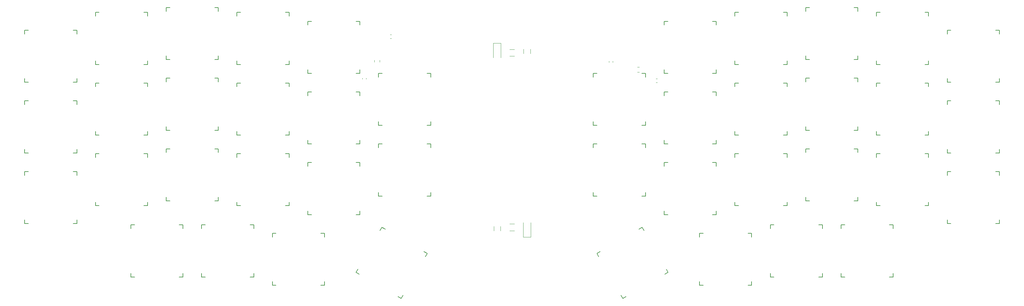
<source format=gto>
G04 #@! TF.GenerationSoftware,KiCad,Pcbnew,(5.1.4)-1*
G04 #@! TF.CreationDate,2021-09-15T18:24:51-07:00*
G04 #@! TF.ProjectId,Panel,50616e65-6c2e-46b6-9963-61645f706362,rev?*
G04 #@! TF.SameCoordinates,Original*
G04 #@! TF.FileFunction,Legend,Top*
G04 #@! TF.FilePolarity,Positive*
%FSLAX46Y46*%
G04 Gerber Fmt 4.6, Leading zero omitted, Abs format (unit mm)*
G04 Created by KiCad (PCBNEW (5.1.4)-1) date 2021-09-15 18:24:51*
%MOMM*%
%LPD*%
G04 APERTURE LIST*
%ADD10C,0.120000*%
%ADD11C,0.150000*%
G04 APERTURE END LIST*
D10*
X150227950Y-117385789D02*
X149023822Y-117385789D01*
X150227950Y-119205789D02*
X149023822Y-119205789D01*
X146535886Y-119247853D02*
X146535886Y-118043725D01*
X144715886Y-119247853D02*
X144715886Y-118043725D01*
X152625886Y-120895789D02*
X152625886Y-116995789D01*
X154625886Y-120895789D02*
X154625886Y-116995789D01*
X152625886Y-120895789D02*
X154625886Y-120895789D01*
X152710886Y-70393725D02*
X152710886Y-71597853D01*
X154530886Y-70393725D02*
X154530886Y-71597853D01*
X149018822Y-72255789D02*
X150222950Y-72255789D01*
X149018822Y-70435789D02*
X150222950Y-70435789D01*
X146620886Y-68745789D02*
X146620886Y-72645789D01*
X144620886Y-68745789D02*
X144620886Y-72645789D01*
X146620886Y-68745789D02*
X144620886Y-68745789D01*
D11*
X32784265Y-84298229D02*
X32784265Y-85298229D01*
X31784265Y-98298229D02*
X32784265Y-98298229D01*
X32784265Y-84298229D02*
X31784265Y-84298229D01*
X32784265Y-97298229D02*
X32784265Y-98298229D01*
X18784265Y-98298229D02*
X18784265Y-97298229D01*
X19784265Y-84298229D02*
X18784265Y-84298229D01*
X18784265Y-98298229D02*
X19784265Y-98298229D01*
X18784265Y-85298229D02*
X18784265Y-84298229D01*
D10*
X109474265Y-78133450D02*
X109474265Y-78459008D01*
X110494265Y-78133450D02*
X110494265Y-78459008D01*
D11*
X108784265Y-100896229D02*
X108784265Y-101896229D01*
X107784265Y-114896229D02*
X108784265Y-114896229D01*
X108784265Y-100896229D02*
X107784265Y-100896229D01*
X108784265Y-113896229D02*
X108784265Y-114896229D01*
X94784265Y-114896229D02*
X94784265Y-113896229D01*
X95784265Y-100896229D02*
X94784265Y-100896229D01*
X94784265Y-114896229D02*
X95784265Y-114896229D01*
X94784265Y-101896229D02*
X94784265Y-100896229D01*
X61284265Y-117646229D02*
X61284265Y-118646229D01*
X60284265Y-131646229D02*
X61284265Y-131646229D01*
X61284265Y-117646229D02*
X60284265Y-117646229D01*
X61284265Y-130646229D02*
X61284265Y-131646229D01*
X47284265Y-131646229D02*
X47284265Y-130646229D01*
X48284265Y-117646229D02*
X47284265Y-117646229D01*
X47284265Y-131646229D02*
X48284265Y-131646229D01*
X47284265Y-118646229D02*
X47284265Y-117646229D01*
X80284265Y-117646229D02*
X80284265Y-118646229D01*
X79284265Y-131646229D02*
X80284265Y-131646229D01*
X80284265Y-117646229D02*
X79284265Y-117646229D01*
X80284265Y-130646229D02*
X80284265Y-131646229D01*
X66284265Y-131646229D02*
X66284265Y-130646229D01*
X67284265Y-117646229D02*
X66284265Y-117646229D01*
X66284265Y-131646229D02*
X67284265Y-131646229D01*
X66284265Y-118646229D02*
X66284265Y-117646229D01*
X99284264Y-119896229D02*
X99284264Y-120896229D01*
X98284264Y-133896229D02*
X99284264Y-133896229D01*
X99284264Y-119896229D02*
X98284264Y-119896229D01*
X99284264Y-132896229D02*
X99284264Y-133896229D01*
X85284264Y-133896229D02*
X85284264Y-132896229D01*
X86284264Y-119896229D02*
X85284264Y-119896229D01*
X85284264Y-133896229D02*
X86284264Y-133896229D01*
X85284264Y-120896229D02*
X85284264Y-119896229D01*
X70784265Y-97195229D02*
X70784265Y-98195229D01*
X69784265Y-111195229D02*
X70784265Y-111195229D01*
X70784265Y-97195229D02*
X69784265Y-97195229D01*
X70784265Y-110195229D02*
X70784265Y-111195229D01*
X56784265Y-111195229D02*
X56784265Y-110195229D01*
X57784265Y-97195229D02*
X56784265Y-97195229D01*
X56784265Y-111195229D02*
X57784265Y-111195229D01*
X56784265Y-98195229D02*
X56784265Y-97195229D01*
X107721085Y-130438407D02*
X108221085Y-129572381D01*
X115587111Y-118814051D02*
X114721085Y-118314051D01*
X107721085Y-130438407D02*
X108587111Y-130938407D01*
X114221085Y-119180077D02*
X114721085Y-118314051D01*
X126845441Y-125314051D02*
X126345441Y-126180077D01*
X118979415Y-136938407D02*
X119845441Y-137438407D01*
X126845441Y-125314051D02*
X125979415Y-124814051D01*
X120345441Y-136572381D02*
X119845441Y-137438407D01*
D10*
X117247044Y-66486229D02*
X116921486Y-66486229D01*
X117247044Y-67506229D02*
X116921486Y-67506229D01*
D11*
X70784265Y-78195229D02*
X70784265Y-79195229D01*
X69784265Y-92195229D02*
X70784265Y-92195229D01*
X70784265Y-78195229D02*
X69784265Y-78195229D01*
X70784265Y-91195229D02*
X70784265Y-92195229D01*
X56784265Y-92195229D02*
X56784265Y-91195229D01*
X57784265Y-78195229D02*
X56784265Y-78195229D01*
X56784265Y-92195229D02*
X57784265Y-92195229D01*
X56784265Y-79195229D02*
X56784265Y-78195229D01*
X113784265Y-109896229D02*
X113784265Y-108896229D01*
X114784265Y-95896229D02*
X113784265Y-95896229D01*
X113784265Y-109896229D02*
X114784265Y-109896229D01*
X113784265Y-96896229D02*
X113784265Y-95896229D01*
X127784265Y-95896229D02*
X127784265Y-96896229D01*
X126784265Y-109896229D02*
X127784265Y-109896229D01*
X127784265Y-95896229D02*
X126784265Y-95896229D01*
X127784265Y-108896229D02*
X127784265Y-109896229D01*
X32784265Y-65298229D02*
X32784265Y-66298229D01*
X31784265Y-79298229D02*
X32784265Y-79298229D01*
X32784265Y-65298229D02*
X31784265Y-65298229D01*
X32784265Y-78298229D02*
X32784265Y-79298229D01*
X18784265Y-79298229D02*
X18784265Y-78298229D01*
X19784265Y-65298229D02*
X18784265Y-65298229D01*
X18784265Y-79298229D02*
X19784265Y-79298229D01*
X18784265Y-66298229D02*
X18784265Y-65298229D01*
X51784265Y-60498230D02*
X51784265Y-61498230D01*
X50784265Y-74498230D02*
X51784265Y-74498230D01*
X51784265Y-60498230D02*
X50784265Y-60498230D01*
X51784265Y-73498230D02*
X51784265Y-74498230D01*
X37784265Y-74498230D02*
X37784265Y-73498230D01*
X38784265Y-60498230D02*
X37784265Y-60498230D01*
X37784265Y-74498230D02*
X38784265Y-74498230D01*
X37784265Y-61498230D02*
X37784265Y-60498230D01*
X89784265Y-79499229D02*
X89784265Y-80499229D01*
X88784265Y-93499229D02*
X89784265Y-93499229D01*
X89784265Y-79499229D02*
X88784265Y-79499229D01*
X89784265Y-92499229D02*
X89784265Y-93499229D01*
X75784265Y-93499229D02*
X75784265Y-92499229D01*
X76784265Y-79499229D02*
X75784265Y-79499229D01*
X75784265Y-93499229D02*
X76784265Y-93499229D01*
X75784265Y-80499229D02*
X75784265Y-79499229D01*
X32784265Y-103298229D02*
X32784265Y-104298229D01*
X31784265Y-117298229D02*
X32784265Y-117298229D01*
X32784265Y-103298229D02*
X31784265Y-103298229D01*
X32784265Y-116298229D02*
X32784265Y-117298229D01*
X18784265Y-117298229D02*
X18784265Y-116298229D01*
X19784265Y-103298229D02*
X18784265Y-103298229D01*
X18784265Y-117298229D02*
X19784265Y-117298229D01*
X18784265Y-104298229D02*
X18784265Y-103298229D01*
X89784265Y-98499229D02*
X89784265Y-99499229D01*
X88784265Y-112499229D02*
X89784265Y-112499229D01*
X89784265Y-98499229D02*
X88784265Y-98499229D01*
X89784265Y-111499229D02*
X89784265Y-112499229D01*
X75784265Y-112499229D02*
X75784265Y-111499229D01*
X76784265Y-98499229D02*
X75784265Y-98499229D01*
X75784265Y-112499229D02*
X76784265Y-112499229D01*
X75784265Y-99499229D02*
X75784265Y-98499229D01*
X51784265Y-79498229D02*
X51784265Y-80498229D01*
X50784265Y-93498229D02*
X51784265Y-93498229D01*
X51784265Y-79498229D02*
X50784265Y-79498229D01*
X51784265Y-92498229D02*
X51784265Y-93498229D01*
X37784265Y-93498229D02*
X37784265Y-92498229D01*
X38784265Y-79498229D02*
X37784265Y-79498229D01*
X37784265Y-93498229D02*
X38784265Y-93498229D01*
X37784265Y-80498229D02*
X37784265Y-79498229D01*
X113784265Y-90896229D02*
X113784265Y-89896229D01*
X114784265Y-76896229D02*
X113784265Y-76896229D01*
X113784265Y-90896229D02*
X114784265Y-90896229D01*
X113784265Y-77896229D02*
X113784265Y-76896229D01*
X127784265Y-76896229D02*
X127784265Y-77896229D01*
X126784265Y-90896229D02*
X127784265Y-90896229D01*
X127784265Y-76896229D02*
X126784265Y-76896229D01*
X127784265Y-89896229D02*
X127784265Y-90896229D01*
X89784265Y-60499229D02*
X89784265Y-61499229D01*
X88784265Y-74499229D02*
X89784265Y-74499229D01*
X89784265Y-60499229D02*
X88784265Y-60499229D01*
X89784265Y-73499229D02*
X89784265Y-74499229D01*
X75784265Y-74499229D02*
X75784265Y-73499229D01*
X76784265Y-60499229D02*
X75784265Y-60499229D01*
X75784265Y-74499229D02*
X76784265Y-74499229D01*
X75784265Y-61499229D02*
X75784265Y-60499229D01*
X70784265Y-59195228D02*
X70784265Y-60195228D01*
X69784265Y-73195228D02*
X70784265Y-73195228D01*
X70784265Y-59195228D02*
X69784265Y-59195228D01*
X70784265Y-72195228D02*
X70784265Y-73195228D01*
X56784265Y-73195228D02*
X56784265Y-72195228D01*
X57784265Y-59195228D02*
X56784265Y-59195228D01*
X56784265Y-73195228D02*
X57784265Y-73195228D01*
X56784265Y-60195228D02*
X56784265Y-59195228D01*
X51784265Y-98498229D02*
X51784265Y-99498229D01*
X50784265Y-112498229D02*
X51784265Y-112498229D01*
X51784265Y-98498229D02*
X50784265Y-98498229D01*
X51784265Y-111498229D02*
X51784265Y-112498229D01*
X37784265Y-112498229D02*
X37784265Y-111498229D01*
X38784265Y-98498229D02*
X37784265Y-98498229D01*
X37784265Y-112498229D02*
X38784265Y-112498229D01*
X37784265Y-99498229D02*
X37784265Y-98498229D01*
X108784265Y-62896230D02*
X108784265Y-63896230D01*
X107784265Y-76896230D02*
X108784265Y-76896230D01*
X108784265Y-62896230D02*
X107784265Y-62896230D01*
X108784265Y-75896230D02*
X108784265Y-76896230D01*
X94784265Y-76896230D02*
X94784265Y-75896230D01*
X95784265Y-62896230D02*
X94784265Y-62896230D01*
X94784265Y-76896230D02*
X95784265Y-76896230D01*
X94784265Y-63896230D02*
X94784265Y-62896230D01*
X108784265Y-81896229D02*
X108784265Y-82896229D01*
X107784265Y-95896229D02*
X108784265Y-95896229D01*
X108784265Y-81896229D02*
X107784265Y-81896229D01*
X108784265Y-94896229D02*
X108784265Y-95896229D01*
X94784265Y-95896229D02*
X94784265Y-94896229D01*
X95784265Y-81896229D02*
X94784265Y-81896229D01*
X94784265Y-95896229D02*
X95784265Y-95896229D01*
X94784265Y-82896229D02*
X94784265Y-81896229D01*
D10*
X112674264Y-73337651D02*
X112674264Y-73854807D01*
X114094264Y-73337651D02*
X114094264Y-73854807D01*
D11*
X228461773Y-79192578D02*
X228461773Y-78192578D01*
X228461773Y-92192578D02*
X229461773Y-92192578D01*
X229461773Y-78192578D02*
X228461773Y-78192578D01*
X228461773Y-92192578D02*
X228461773Y-91192578D01*
X242461773Y-91192578D02*
X242461773Y-92192578D01*
X242461773Y-78192578D02*
X241461773Y-78192578D01*
X241461773Y-92192578D02*
X242461773Y-92192578D01*
X242461773Y-78192578D02*
X242461773Y-79192578D01*
X190461772Y-63893578D02*
X190461772Y-62893578D01*
X190461772Y-76893578D02*
X191461772Y-76893578D01*
X191461772Y-62893578D02*
X190461772Y-62893578D01*
X190461772Y-76893578D02*
X190461772Y-75893578D01*
X204461772Y-75893578D02*
X204461772Y-76893578D01*
X204461772Y-62893578D02*
X203461772Y-62893578D01*
X203461772Y-76893578D02*
X204461772Y-76893578D01*
X204461772Y-62893578D02*
X204461772Y-63893578D01*
X209461772Y-61496577D02*
X209461772Y-60496577D01*
X209461772Y-74496577D02*
X210461772Y-74496577D01*
X210461772Y-60496577D02*
X209461772Y-60496577D01*
X209461772Y-74496577D02*
X209461772Y-73496577D01*
X223461772Y-73496577D02*
X223461772Y-74496577D01*
X223461772Y-60496577D02*
X222461772Y-60496577D01*
X222461772Y-74496577D02*
X223461772Y-74496577D01*
X223461772Y-60496577D02*
X223461772Y-61496577D01*
X191024951Y-129569729D02*
X191524951Y-130435755D01*
X184524951Y-118311399D02*
X183658925Y-118811399D01*
X190658925Y-130935755D02*
X191524951Y-130435755D01*
X184524951Y-118311399D02*
X185024951Y-119177425D01*
X172900595Y-126177425D02*
X172400595Y-125311399D01*
X179400595Y-137435755D02*
X180266621Y-136935755D01*
X173266621Y-124811399D02*
X172400595Y-125311399D01*
X179400595Y-137435755D02*
X178900595Y-136569729D01*
X266461772Y-66295578D02*
X266461772Y-65295578D01*
X266461772Y-79295578D02*
X267461772Y-79295578D01*
X267461772Y-65295578D02*
X266461772Y-65295578D01*
X266461772Y-79295578D02*
X266461772Y-78295578D01*
X280461772Y-78295578D02*
X280461772Y-79295578D01*
X280461772Y-65295578D02*
X279461772Y-65295578D01*
X279461772Y-79295578D02*
X280461772Y-79295578D01*
X280461772Y-65295578D02*
X280461772Y-66295578D01*
X247461772Y-61495578D02*
X247461772Y-60495578D01*
X247461772Y-74495578D02*
X248461772Y-74495578D01*
X248461772Y-60495578D02*
X247461772Y-60495578D01*
X247461772Y-74495578D02*
X247461772Y-73495578D01*
X261461772Y-73495578D02*
X261461772Y-74495578D01*
X261461772Y-60495578D02*
X260461772Y-60495578D01*
X260461772Y-74495578D02*
X261461772Y-74495578D01*
X261461772Y-60495578D02*
X261461772Y-61495578D01*
X190461772Y-101893577D02*
X190461772Y-100893577D01*
X190461772Y-114893577D02*
X191461772Y-114893577D01*
X191461772Y-100893577D02*
X190461772Y-100893577D01*
X190461772Y-114893577D02*
X190461772Y-113893577D01*
X204461772Y-113893577D02*
X204461772Y-114893577D01*
X204461772Y-100893577D02*
X203461772Y-100893577D01*
X203461772Y-114893577D02*
X204461772Y-114893577D01*
X204461772Y-100893577D02*
X204461772Y-101893577D01*
X209461772Y-99496577D02*
X209461772Y-98496577D01*
X209461772Y-112496577D02*
X210461772Y-112496577D01*
X210461772Y-98496577D02*
X209461772Y-98496577D01*
X209461772Y-112496577D02*
X209461772Y-111496577D01*
X223461772Y-111496577D02*
X223461772Y-112496577D01*
X223461772Y-98496577D02*
X222461772Y-98496577D01*
X222461772Y-112496577D02*
X223461772Y-112496577D01*
X223461772Y-98496577D02*
X223461772Y-99496577D01*
X247461772Y-80495578D02*
X247461772Y-79495578D01*
X247461772Y-93495578D02*
X248461772Y-93495578D01*
X248461772Y-79495578D02*
X247461772Y-79495578D01*
X247461772Y-93495578D02*
X247461772Y-92495578D01*
X261461772Y-92495578D02*
X261461772Y-93495578D01*
X261461772Y-79495578D02*
X260461772Y-79495578D01*
X260461772Y-93495578D02*
X261461772Y-93495578D01*
X261461772Y-79495578D02*
X261461772Y-80495578D01*
X209461772Y-80496578D02*
X209461772Y-79496578D01*
X209461772Y-93496578D02*
X210461772Y-93496578D01*
X210461772Y-79496578D02*
X209461772Y-79496578D01*
X209461772Y-93496578D02*
X209461772Y-92496578D01*
X223461772Y-92496578D02*
X223461772Y-93496578D01*
X223461772Y-79496578D02*
X222461772Y-79496578D01*
X222461772Y-93496578D02*
X223461772Y-93496578D01*
X223461772Y-79496578D02*
X223461772Y-80496578D01*
X228461772Y-60192577D02*
X228461772Y-59192577D01*
X228461772Y-73192577D02*
X229461772Y-73192577D01*
X229461772Y-59192577D02*
X228461772Y-59192577D01*
X228461772Y-73192577D02*
X228461772Y-72192577D01*
X242461772Y-72192577D02*
X242461772Y-73192577D01*
X242461772Y-59192577D02*
X241461772Y-59192577D01*
X241461772Y-73192577D02*
X242461772Y-73192577D01*
X242461772Y-59192577D02*
X242461772Y-60192577D01*
X190461772Y-82893578D02*
X190461772Y-81893578D01*
X190461772Y-95893578D02*
X191461772Y-95893578D01*
X191461772Y-81893578D02*
X190461772Y-81893578D01*
X190461772Y-95893578D02*
X190461772Y-94893578D01*
X204461772Y-94893578D02*
X204461772Y-95893578D01*
X204461772Y-81893578D02*
X203461772Y-81893578D01*
X203461772Y-95893578D02*
X204461772Y-95893578D01*
X204461772Y-81893578D02*
X204461772Y-82893578D01*
X185461772Y-108893577D02*
X185461772Y-109893577D01*
X185461772Y-95893577D02*
X184461772Y-95893577D01*
X184461772Y-109893577D02*
X185461772Y-109893577D01*
X185461772Y-95893577D02*
X185461772Y-96893577D01*
X171461772Y-96893577D02*
X171461772Y-95893577D01*
X171461772Y-109893577D02*
X172461772Y-109893577D01*
X172461772Y-95893577D02*
X171461772Y-95893577D01*
X171461772Y-109893577D02*
X171461772Y-108893577D01*
X185461773Y-89893578D02*
X185461773Y-90893578D01*
X185461773Y-76893578D02*
X184461773Y-76893578D01*
X184461773Y-90893578D02*
X185461773Y-90893578D01*
X185461773Y-76893578D02*
X185461773Y-77893578D01*
X171461773Y-77893578D02*
X171461773Y-76893578D01*
X171461773Y-90893578D02*
X172461773Y-90893578D01*
X172461773Y-76893578D02*
X171461773Y-76893578D01*
X171461773Y-90893578D02*
X171461773Y-89893578D01*
X237961772Y-118643578D02*
X237961772Y-117643578D01*
X237961772Y-131643578D02*
X238961772Y-131643578D01*
X238961772Y-117643578D02*
X237961772Y-117643578D01*
X237961772Y-131643578D02*
X237961772Y-130643578D01*
X251961772Y-130643578D02*
X251961772Y-131643578D01*
X251961772Y-117643578D02*
X250961772Y-117643578D01*
X250961772Y-131643578D02*
X251961772Y-131643578D01*
X251961772Y-117643578D02*
X251961772Y-118643578D01*
X218961772Y-118643578D02*
X218961772Y-117643578D01*
X218961772Y-131643578D02*
X219961772Y-131643578D01*
X219961772Y-117643578D02*
X218961772Y-117643578D01*
X218961772Y-131643578D02*
X218961772Y-130643578D01*
X232961772Y-130643578D02*
X232961772Y-131643578D01*
X232961772Y-117643578D02*
X231961772Y-117643578D01*
X231961772Y-131643578D02*
X232961772Y-131643578D01*
X232961772Y-117643578D02*
X232961772Y-118643578D01*
X199961772Y-120893577D02*
X199961772Y-119893577D01*
X199961772Y-133893577D02*
X200961772Y-133893577D01*
X200961772Y-119893577D02*
X199961772Y-119893577D01*
X199961772Y-133893577D02*
X199961772Y-132893577D01*
X213961772Y-132893577D02*
X213961772Y-133893577D01*
X213961772Y-119893577D02*
X212961772Y-119893577D01*
X212961772Y-133893577D02*
X213961772Y-133893577D01*
X213961772Y-119893577D02*
X213961772Y-120893577D01*
X247461772Y-99495577D02*
X247461772Y-98495577D01*
X247461772Y-112495577D02*
X248461772Y-112495577D01*
X248461772Y-98495577D02*
X247461772Y-98495577D01*
X247461772Y-112495577D02*
X247461772Y-111495577D01*
X261461772Y-111495577D02*
X261461772Y-112495577D01*
X261461772Y-98495577D02*
X260461772Y-98495577D01*
X260461772Y-112495577D02*
X261461772Y-112495577D01*
X261461772Y-98495577D02*
X261461772Y-99495577D01*
X228461772Y-98192577D02*
X228461772Y-97192577D01*
X228461772Y-111192577D02*
X229461772Y-111192577D01*
X229461772Y-97192577D02*
X228461772Y-97192577D01*
X228461772Y-111192577D02*
X228461772Y-110192577D01*
X242461772Y-110192577D02*
X242461772Y-111192577D01*
X242461772Y-97192577D02*
X241461772Y-97192577D01*
X241461772Y-111192577D02*
X242461772Y-111192577D01*
X242461772Y-97192577D02*
X242461772Y-98192577D01*
X266461772Y-85295578D02*
X266461772Y-84295578D01*
X266461772Y-98295578D02*
X267461772Y-98295578D01*
X267461772Y-84295578D02*
X266461772Y-84295578D01*
X266461772Y-98295578D02*
X266461772Y-97295578D01*
X280461772Y-97295578D02*
X280461772Y-98295578D01*
X280461772Y-84295578D02*
X279461772Y-84295578D01*
X279461772Y-98295578D02*
X280461772Y-98295578D01*
X280461772Y-84295578D02*
X280461772Y-85295578D01*
X266461772Y-104295577D02*
X266461772Y-103295577D01*
X266461772Y-117295577D02*
X267461772Y-117295577D01*
X267461772Y-103295577D02*
X266461772Y-103295577D01*
X266461772Y-117295577D02*
X266461772Y-116295577D01*
X280461772Y-116295577D02*
X280461772Y-117295577D01*
X280461772Y-103295577D02*
X279461772Y-103295577D01*
X279461772Y-117295577D02*
X280461772Y-117295577D01*
X280461772Y-103295577D02*
X280461772Y-104295577D01*
D10*
X188298993Y-79401578D02*
X188624551Y-79401578D01*
X188298993Y-78381578D02*
X188624551Y-78381578D01*
X176671773Y-73956357D02*
X176671773Y-73630799D01*
X175651773Y-73956357D02*
X175651773Y-73630799D01*
X183303194Y-76603578D02*
X183820350Y-76603578D01*
X183303194Y-75183578D02*
X183820350Y-75183578D01*
M02*

</source>
